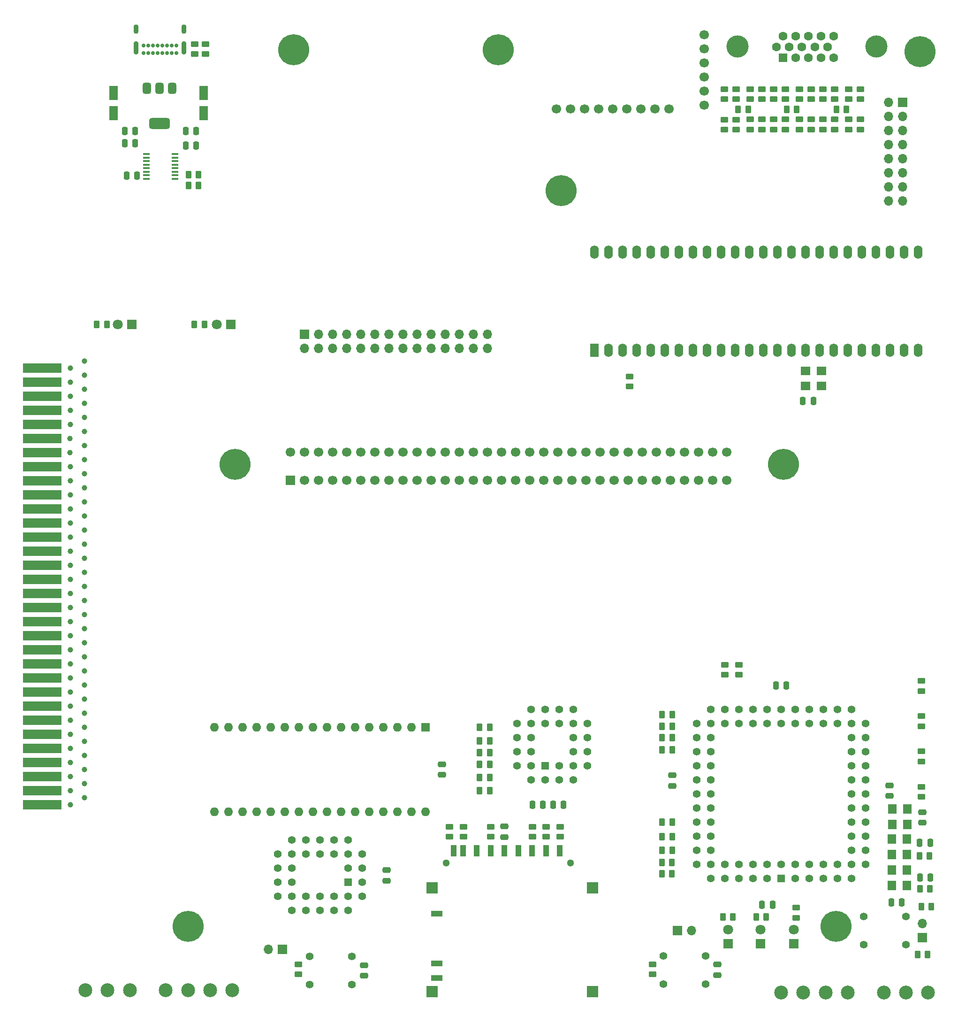
<source format=gbr>
%TF.GenerationSoftware,KiCad,Pcbnew,8.0.0*%
%TF.CreationDate,2024-03-06T22:08:18-05:00*%
%TF.ProjectId,Sentinel 65X - Prototype 4,53656e74-696e-4656-9c20-363558202d20,rev?*%
%TF.SameCoordinates,Original*%
%TF.FileFunction,Soldermask,Top*%
%TF.FilePolarity,Negative*%
%FSLAX46Y46*%
G04 Gerber Fmt 4.6, Leading zero omitted, Abs format (unit mm)*
G04 Created by KiCad (PCBNEW 8.0.0) date 2024-03-06 22:08:18*
%MOMM*%
%LPD*%
G01*
G04 APERTURE LIST*
G04 Aperture macros list*
%AMRoundRect*
0 Rectangle with rounded corners*
0 $1 Rounding radius*
0 $2 $3 $4 $5 $6 $7 $8 $9 X,Y pos of 4 corners*
0 Add a 4 corners polygon primitive as box body*
4,1,4,$2,$3,$4,$5,$6,$7,$8,$9,$2,$3,0*
0 Add four circle primitives for the rounded corners*
1,1,$1+$1,$2,$3*
1,1,$1+$1,$4,$5*
1,1,$1+$1,$6,$7*
1,1,$1+$1,$8,$9*
0 Add four rect primitives between the rounded corners*
20,1,$1+$1,$2,$3,$4,$5,0*
20,1,$1+$1,$4,$5,$6,$7,0*
20,1,$1+$1,$6,$7,$8,$9,0*
20,1,$1+$1,$8,$9,$2,$3,0*%
G04 Aperture macros list end*
%ADD10RoundRect,0.250000X-0.262500X-0.450000X0.262500X-0.450000X0.262500X0.450000X-0.262500X0.450000X0*%
%ADD11RoundRect,0.250000X-0.250000X-0.475000X0.250000X-0.475000X0.250000X0.475000X-0.250000X0.475000X0*%
%ADD12RoundRect,0.250000X0.262500X0.450000X-0.262500X0.450000X-0.262500X-0.450000X0.262500X-0.450000X0*%
%ADD13RoundRect,0.250000X0.475000X-0.250000X0.475000X0.250000X-0.475000X0.250000X-0.475000X-0.250000X0*%
%ADD14RoundRect,0.250000X0.250000X0.475000X-0.250000X0.475000X-0.250000X-0.475000X0.250000X-0.475000X0*%
%ADD15C,2.500000*%
%ADD16RoundRect,0.250000X-0.475000X0.250000X-0.475000X-0.250000X0.475000X-0.250000X0.475000X0.250000X0*%
%ADD17RoundRect,0.250000X-0.450000X0.262500X-0.450000X-0.262500X0.450000X-0.262500X0.450000X0.262500X0*%
%ADD18C,1.300000*%
%ADD19R,1.100000X2.000000*%
%ADD20R,2.000000X1.000000*%
%ADD21R,2.000000X2.000000*%
%ADD22C,5.600000*%
%ADD23RoundRect,0.250000X0.450000X-0.262500X0.450000X0.262500X-0.450000X0.262500X-0.450000X-0.262500X0*%
%ADD24R,1.540000X1.800000*%
%ADD25R,1.700000X1.700000*%
%ADD26O,1.700000X1.700000*%
%ADD27R,1.422400X1.422400*%
%ADD28C,1.422400*%
%ADD29R,1.200000X0.400000*%
%ADD30R,1.800000X1.540000*%
%ADD31C,1.000000*%
%ADD32R,7.000000X1.700000*%
%ADD33C,1.397000*%
%ADD34RoundRect,0.250000X-0.550000X1.050000X-0.550000X-1.050000X0.550000X-1.050000X0.550000X1.050000X0*%
%ADD35R,1.800000X1.800000*%
%ADD36C,1.800000*%
%ADD37C,1.700000*%
%ADD38C,0.700000*%
%ADD39O,0.900000X2.400000*%
%ADD40O,0.900000X1.700000*%
%ADD41C,4.000000*%
%ADD42R,1.600000X1.600000*%
%ADD43C,1.600000*%
%ADD44RoundRect,0.250000X0.550000X-1.050000X0.550000X1.050000X-0.550000X1.050000X-0.550000X-1.050000X0*%
%ADD45RoundRect,0.375000X-0.375000X0.625000X-0.375000X-0.625000X0.375000X-0.625000X0.375000X0.625000X0*%
%ADD46RoundRect,0.500000X-1.400000X0.500000X-1.400000X-0.500000X1.400000X-0.500000X1.400000X0.500000X0*%
%ADD47O,1.600000X1.600000*%
%ADD48R,1.600000X2.400000*%
%ADD49O,1.600000X2.400000*%
G04 APERTURE END LIST*
D10*
%TO.C,R8*%
X194631576Y-199055000D03*
X196456576Y-199055000D03*
%TD*%
D11*
%TO.C,C9*%
X235978393Y-210904423D03*
X237878393Y-210904423D03*
%TD*%
D12*
%TO.C,R64*%
X163529204Y-188430358D03*
X161704204Y-188430358D03*
%TD*%
D13*
%TO.C,C10*%
X140824506Y-224159779D03*
X140824506Y-222259779D03*
%TD*%
D14*
%TO.C,C22*%
X99531718Y-73982794D03*
X97631718Y-73982794D03*
%TD*%
D12*
%TO.C,R18*%
X196456576Y-177024534D03*
X194631576Y-177024534D03*
%TD*%
D15*
%TO.C,J11*%
X117072102Y-226745000D03*
X113072102Y-226745000D03*
X109072102Y-226745000D03*
X105072102Y-226745000D03*
X98572102Y-226745000D03*
X94572102Y-226745000D03*
X90572102Y-226745000D03*
%TD*%
D12*
%TO.C,R45*%
X207432523Y-213531890D03*
X205607523Y-213531890D03*
%TD*%
D16*
%TO.C,C4*%
X196488441Y-187992700D03*
X196488441Y-189892700D03*
%TD*%
D10*
%TO.C,R54*%
X194583487Y-203764013D03*
X196408487Y-203764013D03*
%TD*%
D17*
%TO.C,R29*%
X221503631Y-69741395D03*
X221503631Y-71566395D03*
%TD*%
%TO.C,R27*%
X216913631Y-69741395D03*
X216913631Y-71566395D03*
%TD*%
%TO.C,R55*%
X129013552Y-222077117D03*
X129013552Y-223902117D03*
%TD*%
D10*
%TO.C,R70*%
X109166881Y-79735000D03*
X110991881Y-79735000D03*
%TD*%
D18*
%TO.C,J9*%
X155689126Y-203796139D03*
X178089126Y-203796139D03*
D19*
X173664126Y-201596139D03*
X171164126Y-201596139D03*
X168664126Y-201596139D03*
X166164126Y-201596139D03*
X163664126Y-201596139D03*
X161164126Y-201596139D03*
X158739126Y-201596139D03*
X157039126Y-201596139D03*
X176164126Y-201596139D03*
D20*
X153989126Y-212996139D03*
D21*
X153089126Y-208346139D03*
X153089126Y-226996139D03*
X182089126Y-208346139D03*
X182089126Y-226996139D03*
D20*
X153989126Y-224546139D03*
X153989126Y-221946139D03*
%TD*%
D17*
%TO.C,R25*%
X221503631Y-64248099D03*
X221503631Y-66073099D03*
%TD*%
D12*
%TO.C,R24*%
X218944951Y-67891325D03*
X217119951Y-67891325D03*
%TD*%
D22*
%TO.C,H6*%
X128117172Y-57207679D03*
%TD*%
D23*
%TO.C,R44*%
X158773968Y-199111232D03*
X158773968Y-197286232D03*
%TD*%
D11*
%TO.C,C6*%
X174941609Y-193356109D03*
X176841609Y-193356109D03*
%TD*%
D24*
%TO.C,X2*%
X238815000Y-199475000D03*
X236135000Y-199475000D03*
X236135000Y-202275000D03*
X238815000Y-202275000D03*
%TD*%
D17*
%TO.C,R68*%
X112255000Y-56132500D03*
X112255000Y-57957500D03*
%TD*%
D12*
%TO.C,R63*%
X163529204Y-190745357D03*
X161704204Y-190745357D03*
%TD*%
D25*
%TO.C,J6*%
X241623621Y-217254071D03*
D26*
X241623621Y-214714071D03*
%TD*%
D17*
%TO.C,R39*%
X192939589Y-222073568D03*
X192939589Y-223898568D03*
%TD*%
D13*
%TO.C,C1*%
X235698459Y-191723662D03*
X235698459Y-189823662D03*
%TD*%
D27*
%TO.C,U6*%
X173565852Y-186327679D03*
D28*
X176105852Y-188867679D03*
X176105852Y-186327679D03*
X178645852Y-188867679D03*
X181185852Y-186327679D03*
X178645852Y-186327679D03*
X181185852Y-183787679D03*
X178645852Y-183787679D03*
X181185852Y-181247679D03*
X178645852Y-181247679D03*
X181185852Y-178707679D03*
X178645852Y-176167679D03*
X178645852Y-178707679D03*
X176105852Y-176167679D03*
X176105852Y-178707679D03*
X173565852Y-176167679D03*
X173565852Y-178707679D03*
X171025852Y-176167679D03*
X168485852Y-178707679D03*
X171025852Y-178707679D03*
X168485852Y-181247679D03*
X171025852Y-181247679D03*
X168485852Y-183787679D03*
X171025852Y-183787679D03*
X168485852Y-186327679D03*
X171025852Y-188867679D03*
X171025852Y-186327679D03*
X173565852Y-188867679D03*
%TD*%
D23*
%TO.C,R50*%
X163698968Y-199116232D03*
X163698968Y-197291232D03*
%TD*%
D10*
%TO.C,R66*%
X241064106Y-202506512D03*
X242889106Y-202506512D03*
%TD*%
D29*
%TO.C,U8*%
X106725000Y-80447500D03*
X106725000Y-79812500D03*
X106725000Y-79177500D03*
X106725000Y-78542500D03*
X106725000Y-77907500D03*
X106725000Y-77272500D03*
X106725000Y-76637500D03*
X106725000Y-76002500D03*
X101525000Y-76002500D03*
X101525000Y-76637500D03*
X101525000Y-77272500D03*
X101525000Y-77907500D03*
X101525000Y-78542500D03*
X101525000Y-79177500D03*
X101525000Y-79812500D03*
X101525000Y-80447500D03*
%TD*%
D11*
%TO.C,C3*%
X215155372Y-171788184D03*
X217055372Y-171788184D03*
%TD*%
D23*
%TO.C,R23*%
X219373631Y-66073099D03*
X219373631Y-64248099D03*
%TD*%
D12*
%TO.C,R49*%
X213420721Y-213544466D03*
X211595721Y-213544466D03*
%TD*%
D17*
%TO.C,R51*%
X218862250Y-211869677D03*
X218862250Y-213694677D03*
%TD*%
D30*
%TO.C,X3*%
X223355852Y-117803392D03*
X223355852Y-115123392D03*
X220555852Y-115123392D03*
X220555852Y-117803392D03*
%TD*%
D10*
%TO.C,R56*%
X194583487Y-205783262D03*
X196408487Y-205783262D03*
%TD*%
D31*
%TO.C,J3*%
X90380852Y-192042679D03*
X90380852Y-189502679D03*
X90380852Y-186962679D03*
X90380852Y-184422679D03*
X90380852Y-181882679D03*
X90380852Y-179342679D03*
X90380852Y-176802679D03*
X90380852Y-174262679D03*
X90380852Y-171722679D03*
X90380852Y-169182679D03*
X90380852Y-166642679D03*
X90380852Y-164102679D03*
X90380852Y-161562679D03*
X90380852Y-159022679D03*
X90380852Y-156482679D03*
X90380852Y-153942679D03*
X90380852Y-151402679D03*
X90380852Y-148862679D03*
X90380852Y-146322679D03*
X90380852Y-143782679D03*
X90380852Y-141242679D03*
X90380852Y-138702679D03*
X90380852Y-136162679D03*
X90380852Y-133622679D03*
X90380852Y-131082679D03*
X90380852Y-128542679D03*
X90380852Y-126002679D03*
X90380852Y-123462679D03*
X90380852Y-120922679D03*
X90380852Y-118382679D03*
X90380852Y-115842679D03*
X90380852Y-113302679D03*
D32*
X82760852Y-193312679D03*
D31*
X87840852Y-193312679D03*
D32*
X82760852Y-190772679D03*
D31*
X87840852Y-190772679D03*
D32*
X82760852Y-188232679D03*
D31*
X87840852Y-188232679D03*
D32*
X82760852Y-185692679D03*
D31*
X87840852Y-185692679D03*
D32*
X82760852Y-183152679D03*
D31*
X87840852Y-183152679D03*
D32*
X82760852Y-180612679D03*
D31*
X87840852Y-180612679D03*
D32*
X82760852Y-178072679D03*
D31*
X87840852Y-178072679D03*
D32*
X82760852Y-175532679D03*
D31*
X87840852Y-175532679D03*
D32*
X82760852Y-172992679D03*
D31*
X87840852Y-172992679D03*
D32*
X82760852Y-170452679D03*
D31*
X87840852Y-170452679D03*
D32*
X82760852Y-167912679D03*
D31*
X87840852Y-167912679D03*
D32*
X82760852Y-165372679D03*
D31*
X87840852Y-165372679D03*
D32*
X82760852Y-162832679D03*
D31*
X87840852Y-162832679D03*
D32*
X82760852Y-160292679D03*
D31*
X87840852Y-160292679D03*
D32*
X82760852Y-157752679D03*
D31*
X87840852Y-157752679D03*
D32*
X82760852Y-155212679D03*
D31*
X87840852Y-155212679D03*
D32*
X82760852Y-152672679D03*
D31*
X87840852Y-152672679D03*
D32*
X82760852Y-150132679D03*
D31*
X87840852Y-150132679D03*
D32*
X82760852Y-147592679D03*
D31*
X87840852Y-147592679D03*
D32*
X82760852Y-145052679D03*
D31*
X87840852Y-145052679D03*
D32*
X82760852Y-142512679D03*
D31*
X87840852Y-142512679D03*
D32*
X82760852Y-139972679D03*
D31*
X87840852Y-139972679D03*
D32*
X82760852Y-137432679D03*
D31*
X87840852Y-137432679D03*
D32*
X82760852Y-134892679D03*
D31*
X87840852Y-134892679D03*
D32*
X82760852Y-132352679D03*
D31*
X87840852Y-132352679D03*
D32*
X82760852Y-129812679D03*
D31*
X87760852Y-129812679D03*
D32*
X82760852Y-127272679D03*
D31*
X87760852Y-127272679D03*
D32*
X82760852Y-124732679D03*
D31*
X87840852Y-124732679D03*
D32*
X82760852Y-122192679D03*
D31*
X87840852Y-122192679D03*
D32*
X82760852Y-119652679D03*
D31*
X87840852Y-119652679D03*
D32*
X82760852Y-117112679D03*
D31*
X87840852Y-117112679D03*
D32*
X82760852Y-114572679D03*
D31*
X87840852Y-114572679D03*
%TD*%
D23*
%TO.C,R22*%
X216913631Y-66073099D03*
X216913631Y-64248099D03*
%TD*%
D12*
%TO.C,R53*%
X196456576Y-201525414D03*
X194631576Y-201525414D03*
%TD*%
D33*
%TO.C,SW3*%
X131054121Y-220677140D03*
X138674121Y-220677140D03*
X131054121Y-225757140D03*
X138674121Y-225757140D03*
%TD*%
D23*
%TO.C,R67*%
X110305000Y-57957500D03*
X110305000Y-56132500D03*
%TD*%
D17*
%TO.C,R12*%
X212613631Y-69741395D03*
X212613631Y-71566395D03*
%TD*%
D10*
%TO.C,R7*%
X194631576Y-196487679D03*
X196456576Y-196487679D03*
%TD*%
D17*
%TO.C,R2*%
X241443531Y-170999327D03*
X241443531Y-172824327D03*
%TD*%
D34*
%TO.C,C16*%
X95675000Y-64975000D03*
X95675000Y-68575000D03*
%TD*%
D23*
%TO.C,R46*%
X171198968Y-199111231D03*
X171198968Y-197286231D03*
%TD*%
D10*
%TO.C,R41*%
X92607539Y-106717150D03*
X94432539Y-106717150D03*
%TD*%
D17*
%TO.C,R13*%
X241443531Y-190084327D03*
X241443531Y-191909327D03*
%TD*%
%TO.C,R37*%
X228263631Y-69741395D03*
X228263631Y-71566395D03*
%TD*%
D25*
%TO.C,J5*%
X197439065Y-216036659D03*
D26*
X199979065Y-216036659D03*
%TD*%
D25*
%TO.C,J7*%
X126127294Y-219395671D03*
D26*
X123587294Y-219395671D03*
%TD*%
D14*
%TO.C,C13*%
X221934842Y-120469294D03*
X220034842Y-120469294D03*
%TD*%
D35*
%TO.C,D4*%
X212398173Y-218383531D03*
D36*
X212398173Y-215843531D03*
%TD*%
D17*
%TO.C,R36*%
X225803631Y-69741395D03*
X225803631Y-71566395D03*
%TD*%
D10*
%TO.C,R69*%
X109166881Y-81677786D03*
X110991881Y-81677786D03*
%TD*%
D13*
%TO.C,C14*%
X154873173Y-187917679D03*
X154873173Y-186017679D03*
%TD*%
D11*
%TO.C,C23*%
X98007693Y-79898647D03*
X99907693Y-79898647D03*
%TD*%
%TO.C,C20*%
X241112542Y-200154640D03*
X243012542Y-200154640D03*
%TD*%
D35*
%TO.C,D5*%
X218418173Y-218383532D03*
D36*
X218418173Y-215843532D03*
%TD*%
D17*
%TO.C,R35*%
X223673631Y-69741395D03*
X223673631Y-71566395D03*
%TD*%
D12*
%TO.C,R65*%
X242968965Y-208490187D03*
X241143965Y-208490187D03*
%TD*%
D10*
%TO.C,R40*%
X110237244Y-106715358D03*
X112062244Y-106715358D03*
%TD*%
D17*
%TO.C,R34*%
X230393631Y-64248099D03*
X230393631Y-66073099D03*
%TD*%
D33*
%TO.C,SW1*%
X194904065Y-220575449D03*
X202524065Y-220575449D03*
X194904065Y-225655449D03*
X202524065Y-225655449D03*
%TD*%
D12*
%TO.C,R47*%
X242543546Y-220314007D03*
X240718546Y-220314007D03*
%TD*%
%TO.C,R19*%
X196456576Y-181235622D03*
X194631576Y-181235622D03*
%TD*%
%TO.C,R59*%
X163529204Y-179342679D03*
X161704204Y-179342679D03*
%TD*%
D37*
%TO.C,U5*%
X202250000Y-67170000D03*
X202250000Y-64630000D03*
X202250000Y-62090000D03*
X202250000Y-59550000D03*
X202250000Y-57010000D03*
X202250000Y-54470000D03*
X175580000Y-67805000D03*
X178120000Y-67805000D03*
X180660000Y-67805000D03*
X183200000Y-67805000D03*
X185740000Y-67805000D03*
X188280000Y-67805000D03*
X190820000Y-67805000D03*
X193360000Y-67805000D03*
X195900000Y-67805000D03*
%TD*%
D27*
%TO.C,U2*%
X216110852Y-206647679D03*
D28*
X216110852Y-204107679D03*
X218650852Y-206647679D03*
X218650852Y-204107679D03*
X221190852Y-206647679D03*
X221190852Y-204107679D03*
X223730852Y-206647679D03*
X223730852Y-204107679D03*
X226270852Y-206647679D03*
X226270852Y-204107679D03*
X228810852Y-206647679D03*
X231350852Y-204107679D03*
X228810852Y-204107679D03*
X231350852Y-201567679D03*
X228810852Y-201567679D03*
X231350852Y-199027679D03*
X228810852Y-199027679D03*
X231350852Y-196487679D03*
X228810852Y-196487679D03*
X231350852Y-193947679D03*
X228810852Y-193947679D03*
X231350852Y-191407679D03*
X228810852Y-191407679D03*
X231350852Y-188867679D03*
X228810852Y-188867679D03*
X231350852Y-186327679D03*
X228810852Y-186327679D03*
X231350852Y-183787679D03*
X228810852Y-183787679D03*
X231350852Y-181247679D03*
X228810852Y-181247679D03*
X231350852Y-178707679D03*
X228810852Y-176167679D03*
X228810852Y-178707679D03*
X226270852Y-176167679D03*
X226270852Y-178707679D03*
X223730852Y-176167679D03*
X223730852Y-178707679D03*
X221190852Y-176167679D03*
X221190852Y-178707679D03*
X218650852Y-176167679D03*
X218650852Y-178707679D03*
X216110852Y-176167679D03*
X216110852Y-178707679D03*
X213570852Y-176167679D03*
X213570852Y-178707679D03*
X211030852Y-176167679D03*
X211030852Y-178707679D03*
X208490852Y-176167679D03*
X208490852Y-178707679D03*
X205950852Y-176167679D03*
X205950852Y-178707679D03*
X203410852Y-176167679D03*
X200870852Y-178707679D03*
X203410852Y-178707679D03*
X200870852Y-181247679D03*
X203410852Y-181247679D03*
X200870852Y-183787679D03*
X203410852Y-183787679D03*
X200870852Y-186327679D03*
X203410852Y-186327679D03*
X200870852Y-188867679D03*
X203410852Y-188867679D03*
X200870852Y-191407679D03*
X203410852Y-191407679D03*
X200870852Y-193947679D03*
X203410852Y-193947679D03*
X200870852Y-196487679D03*
X203410852Y-196487679D03*
X200870852Y-199027679D03*
X203410852Y-199027679D03*
X200870852Y-201567679D03*
X203410852Y-201567679D03*
X200870852Y-204107679D03*
X203410852Y-206647679D03*
X203410852Y-204107679D03*
X205950852Y-206647679D03*
X205950852Y-204107679D03*
X208490852Y-206647679D03*
X208490852Y-204107679D03*
X211030852Y-206647679D03*
X211030852Y-204107679D03*
X213570852Y-206647679D03*
X213570852Y-204107679D03*
%TD*%
D17*
%TO.C,R20*%
X214783631Y-64248099D03*
X214783631Y-66073099D03*
%TD*%
D12*
%TO.C,R62*%
X163529204Y-186075358D03*
X161704204Y-186075358D03*
%TD*%
D37*
%TO.C,J2*%
X127545871Y-129700000D03*
X130085871Y-129700000D03*
X132625871Y-129700000D03*
X135165871Y-129700000D03*
X137705871Y-129700000D03*
X140245871Y-129700000D03*
X142785871Y-129700000D03*
X145325871Y-129700000D03*
X147865871Y-129700000D03*
X150405871Y-129700000D03*
X152945871Y-129700000D03*
X155485871Y-129700000D03*
X158025871Y-129700000D03*
X160565871Y-129700000D03*
X163105871Y-129700000D03*
X165645871Y-129700000D03*
X168185871Y-129700000D03*
X170725871Y-129700000D03*
X173265871Y-129700000D03*
X175805871Y-129700000D03*
X178345871Y-129700000D03*
X180885871Y-129700000D03*
X183425871Y-129700000D03*
X185965871Y-129700000D03*
X188505871Y-129700000D03*
X191045871Y-129700000D03*
X193585871Y-129700000D03*
X196125871Y-129700000D03*
X198665871Y-129700000D03*
X201205871Y-129700000D03*
X203745871Y-129700000D03*
X206285871Y-129700000D03*
D25*
X127545871Y-134780000D03*
D37*
X130085871Y-134780000D03*
X132625871Y-134780000D03*
X135165871Y-134780000D03*
X137705871Y-134780000D03*
X140245871Y-134780000D03*
X142785871Y-134780000D03*
X145325871Y-134780000D03*
X147865871Y-134780000D03*
X150405871Y-134780000D03*
X152945871Y-134780000D03*
X155485871Y-134780000D03*
X158025871Y-134780000D03*
X160565871Y-134780000D03*
X163105871Y-134780000D03*
X165645871Y-134780000D03*
X168185871Y-134780000D03*
X170725871Y-134780000D03*
X173265871Y-134780000D03*
X175805871Y-134780000D03*
X178345871Y-134780000D03*
X180885871Y-134780000D03*
X183425871Y-134780000D03*
X185965871Y-134780000D03*
X188505871Y-134780000D03*
X191045871Y-134780000D03*
X193585871Y-134780000D03*
X196125871Y-134780000D03*
X198665871Y-134780000D03*
X201205871Y-134780000D03*
X203745871Y-134780000D03*
X206285871Y-134780000D03*
%TD*%
D17*
%TO.C,R26*%
X214783631Y-69741395D03*
X214783631Y-71566395D03*
%TD*%
D23*
%TO.C,R43*%
X176198968Y-199111232D03*
X176198968Y-197286232D03*
%TD*%
D17*
%TO.C,R28*%
X219373631Y-69741395D03*
X219373631Y-71566395D03*
%TD*%
D22*
%TO.C,H1*%
X176430000Y-82606339D03*
%TD*%
D17*
%TO.C,R14*%
X241443531Y-183699327D03*
X241443531Y-185524327D03*
%TD*%
%TO.C,R58*%
X241443531Y-177314327D03*
X241443531Y-179139327D03*
%TD*%
%TO.C,R10*%
X208023631Y-69776395D03*
X208023631Y-71601395D03*
%TD*%
D38*
%TO.C,J10*%
X106960922Y-57802658D03*
X106110922Y-57802658D03*
X105260922Y-57802658D03*
X104410922Y-57802658D03*
X103560922Y-57802658D03*
X102710922Y-57802658D03*
X101860922Y-57802658D03*
X101010922Y-57802658D03*
X101010922Y-56452658D03*
X101860922Y-56452658D03*
X102710922Y-56452658D03*
X103560922Y-56452658D03*
X104410922Y-56452658D03*
X105260922Y-56452658D03*
X106110922Y-56452658D03*
X106960922Y-56452658D03*
D39*
X108310922Y-56822658D03*
D40*
X108310922Y-53442658D03*
D39*
X99660922Y-56822658D03*
D40*
X99660922Y-53442658D03*
%TD*%
D25*
%TO.C,J4*%
X238045000Y-66657679D03*
D26*
X235505000Y-66657679D03*
X238045000Y-69197679D03*
X235505000Y-69197679D03*
X238045000Y-71737679D03*
X235505000Y-71737679D03*
X238045000Y-74277679D03*
X235505000Y-74277679D03*
X238045000Y-76817679D03*
X235505000Y-76817679D03*
X238045000Y-79357679D03*
X235505000Y-79357679D03*
X238045000Y-81897679D03*
X235505000Y-81897679D03*
X238045000Y-84437679D03*
X235505000Y-84437679D03*
%TD*%
D23*
%TO.C,R15*%
X208490852Y-169871031D03*
X208490852Y-168046031D03*
%TD*%
D11*
%TO.C,C21*%
X108675000Y-74455000D03*
X110575000Y-74455000D03*
%TD*%
%TO.C,C2*%
X212651881Y-211393462D03*
X214551881Y-211393462D03*
%TD*%
D17*
%TO.C,R30*%
X223673631Y-64248099D03*
X223673631Y-66073099D03*
%TD*%
%TO.C,R9*%
X205893631Y-69776395D03*
X205893631Y-71601395D03*
%TD*%
D12*
%TO.C,R60*%
X163529204Y-181815358D03*
X161704204Y-181815358D03*
%TD*%
D22*
%TO.C,H9*%
X165023820Y-57207679D03*
%TD*%
D41*
%TO.C,J1*%
X233260510Y-56596332D03*
X208260510Y-56596332D03*
D42*
X216445510Y-58646332D03*
D43*
X218735510Y-58646332D03*
X221025510Y-58646332D03*
X223315510Y-58646332D03*
X225605510Y-58646332D03*
X215300510Y-56666332D03*
X217590510Y-56666332D03*
X219880510Y-56666332D03*
X222170510Y-56666332D03*
X224460510Y-56666332D03*
X216445510Y-54686332D03*
X218735510Y-54686332D03*
X221025510Y-54686332D03*
X223315510Y-54686332D03*
X225605510Y-54686332D03*
%TD*%
D22*
%TO.C,H8*%
X216570852Y-131922500D03*
%TD*%
D12*
%TO.C,R33*%
X227889199Y-67891325D03*
X226064199Y-67891325D03*
%TD*%
D14*
%TO.C,C18*%
X99525000Y-71855000D03*
X97625000Y-71855000D03*
%TD*%
D12*
%TO.C,R17*%
X196456576Y-179140858D03*
X194631576Y-179140858D03*
%TD*%
D24*
%TO.C,X1*%
X238858459Y-194075358D03*
X236178459Y-194075358D03*
X236178459Y-196875358D03*
X238858459Y-196875358D03*
%TD*%
D17*
%TO.C,R6*%
X212653631Y-64248099D03*
X212653631Y-66073099D03*
%TD*%
D35*
%TO.C,D2*%
X98941704Y-106715358D03*
D36*
X96401704Y-106715358D03*
%TD*%
D23*
%TO.C,R31*%
X225803631Y-66073099D03*
X225803631Y-64248099D03*
%TD*%
D25*
%TO.C,J8*%
X130070496Y-108505000D03*
D26*
X130070496Y-111045000D03*
X132610496Y-108505000D03*
X132610496Y-111045000D03*
X135150496Y-108505000D03*
X135150496Y-111045000D03*
X137690496Y-108505000D03*
X137690496Y-111045000D03*
X140230496Y-108505000D03*
X140230496Y-111045000D03*
X142770496Y-108505000D03*
X142770496Y-111045000D03*
X145310496Y-108505000D03*
X145310496Y-111045000D03*
X147850496Y-108505000D03*
X147850496Y-111045000D03*
X150390496Y-108505000D03*
X150390496Y-111045000D03*
X152930496Y-108505000D03*
X152930496Y-111045000D03*
X155470496Y-108505000D03*
X155470496Y-111045000D03*
X158010496Y-108505000D03*
X158010496Y-111045000D03*
X160550496Y-108505000D03*
X160550496Y-111045000D03*
X163090496Y-108505000D03*
X163090496Y-111045000D03*
%TD*%
D12*
%TO.C,R5*%
X210166131Y-67897426D03*
X208341131Y-67897426D03*
%TD*%
D35*
%TO.C,D1*%
X116761448Y-106715358D03*
D36*
X114221448Y-106715358D03*
%TD*%
D23*
%TO.C,R16*%
X205950852Y-169871031D03*
X205950852Y-168046031D03*
%TD*%
%TO.C,R3*%
X208023631Y-66073099D03*
X208023631Y-64248099D03*
%TD*%
D12*
%TO.C,R61*%
X163529204Y-183945358D03*
X161704204Y-183945358D03*
%TD*%
D24*
%TO.C,X4*%
X238815000Y-205075000D03*
X236135000Y-205075000D03*
X236135000Y-207875000D03*
X238815000Y-207875000D03*
%TD*%
D17*
%TO.C,R1*%
X205893631Y-64248099D03*
X205893631Y-66073099D03*
%TD*%
D22*
%TO.C,H4*%
X117570852Y-131922500D03*
%TD*%
D44*
%TO.C,C17*%
X111925000Y-68575000D03*
X111925000Y-64975000D03*
%TD*%
D23*
%TO.C,R42*%
X156240039Y-199111232D03*
X156240039Y-197286232D03*
%TD*%
D11*
%TO.C,C19*%
X108675000Y-71855000D03*
X110575000Y-71855000D03*
%TD*%
D10*
%TO.C,R57*%
X241415177Y-211697105D03*
X243240177Y-211697105D03*
%TD*%
D35*
%TO.C,D3*%
X206518173Y-218383531D03*
D36*
X206518173Y-215843531D03*
%TD*%
D45*
%TO.C,U7*%
X106253531Y-64136827D03*
X103953531Y-64136827D03*
D46*
X103953531Y-70436827D03*
D45*
X101653531Y-64136827D03*
%TD*%
D23*
%TO.C,R4*%
X210483631Y-66073099D03*
X210483631Y-64248099D03*
%TD*%
D13*
%TO.C,C12*%
X144878173Y-207003531D03*
X144878173Y-205103531D03*
%TD*%
D14*
%TO.C,C15*%
X173113313Y-193356109D03*
X171213313Y-193356109D03*
%TD*%
D12*
%TO.C,R21*%
X196456576Y-183423255D03*
X194631576Y-183423255D03*
%TD*%
D13*
%TO.C,C5*%
X241608173Y-196553531D03*
X241608173Y-194653531D03*
%TD*%
D11*
%TO.C,C11*%
X241136345Y-206457402D03*
X243036345Y-206457402D03*
%TD*%
D17*
%TO.C,R11*%
X210483631Y-69741395D03*
X210483631Y-71566395D03*
%TD*%
D42*
%TO.C,U3*%
X151975852Y-179342679D03*
D47*
X149435852Y-179342679D03*
X146895852Y-179342679D03*
X144355852Y-179342679D03*
X141815852Y-179342679D03*
X139275852Y-179342679D03*
X136735852Y-179342679D03*
X134195852Y-179342679D03*
X131655852Y-179342679D03*
X129115852Y-179342679D03*
X126575852Y-179342679D03*
X124035852Y-179342679D03*
X121495852Y-179342679D03*
X118955852Y-179342679D03*
X116415852Y-179342679D03*
X113875852Y-179342679D03*
X113875852Y-194582679D03*
X116415852Y-194582679D03*
X118955852Y-194582679D03*
X121495852Y-194582679D03*
X124035852Y-194582679D03*
X126575852Y-194582679D03*
X129115852Y-194582679D03*
X131655852Y-194582679D03*
X134195852Y-194582679D03*
X136735852Y-194582679D03*
X139275852Y-194582679D03*
X141815852Y-194582679D03*
X144355852Y-194582679D03*
X146895852Y-194582679D03*
X149435852Y-194582679D03*
X151975852Y-194582679D03*
%TD*%
D23*
%TO.C,R48*%
X173698968Y-199111232D03*
X173698968Y-197286232D03*
%TD*%
D27*
%TO.C,U4*%
X138005852Y-207327171D03*
D28*
X140545852Y-204787171D03*
X138005852Y-204787171D03*
X140545852Y-202247171D03*
X138005852Y-199707171D03*
X138005852Y-202247171D03*
X135465852Y-199707171D03*
X135465852Y-202247171D03*
X132925852Y-199707171D03*
X132925852Y-202247171D03*
X130385852Y-199707171D03*
X130385852Y-202247171D03*
X127845852Y-199707171D03*
X125305852Y-202247171D03*
X127845852Y-202247171D03*
X125305852Y-204787171D03*
X127845852Y-204787171D03*
X125305852Y-207327171D03*
X127845852Y-207327171D03*
X125305852Y-209867171D03*
X127845852Y-212407171D03*
X127845852Y-209867171D03*
X130385852Y-212407171D03*
X130385852Y-209867171D03*
X132925852Y-212407171D03*
X132925852Y-209867171D03*
X135465852Y-212407171D03*
X135465852Y-209867171D03*
X138005852Y-212407171D03*
X140545852Y-209867171D03*
X138005852Y-209867171D03*
X140545852Y-207327171D03*
%TD*%
D13*
%TO.C,C7*%
X204631962Y-224029740D03*
X204631962Y-222129740D03*
%TD*%
%TO.C,C8*%
X166198968Y-199128732D03*
X166198968Y-197228732D03*
%TD*%
D22*
%TO.C,H5*%
X225998352Y-215207679D03*
%TD*%
%TO.C,H7*%
X241133252Y-57482679D03*
%TD*%
D33*
%TO.C,SW2*%
X238602763Y-218541613D03*
X230982763Y-218541613D03*
X238602763Y-213461613D03*
X230982763Y-213461613D03*
%TD*%
D17*
%TO.C,R52*%
X188768058Y-116064108D03*
X188768058Y-117889108D03*
%TD*%
%TO.C,R38*%
X230393631Y-69741395D03*
X230393631Y-71566395D03*
%TD*%
D23*
%TO.C,R32*%
X228263631Y-66073099D03*
X228263631Y-64248099D03*
%TD*%
D15*
%TO.C,J12*%
X216132102Y-227210000D03*
X220132102Y-227210000D03*
X224132102Y-227210000D03*
X228132102Y-227210000D03*
X234632102Y-227210000D03*
X238632102Y-227210000D03*
X242632102Y-227210000D03*
%TD*%
D48*
%TO.C,U1*%
X182455852Y-111397679D03*
D49*
X184995852Y-111397679D03*
X187535852Y-111397679D03*
X190075852Y-111397679D03*
X192615852Y-111397679D03*
X195155852Y-111397679D03*
X197695852Y-111397679D03*
X200235852Y-111397679D03*
X202775852Y-111397679D03*
X205315852Y-111397679D03*
X207855852Y-111397679D03*
X210395852Y-111397679D03*
X212935852Y-111397679D03*
X215475852Y-111397679D03*
X218015852Y-111397679D03*
X220555852Y-111397679D03*
X223095852Y-111397679D03*
X225635852Y-111397679D03*
X228175852Y-111397679D03*
X230715852Y-111397679D03*
X233255852Y-111397679D03*
X235795852Y-111397679D03*
X238335852Y-111397679D03*
X240875852Y-111397679D03*
X240875852Y-93637679D03*
X238335852Y-93637679D03*
X235795852Y-93637679D03*
X233255852Y-93637679D03*
X230715852Y-93637679D03*
X228175852Y-93637679D03*
X225635852Y-93637679D03*
X223095852Y-93637679D03*
X220555852Y-93637679D03*
X218015852Y-93637679D03*
X215475852Y-93637679D03*
X212935852Y-93637679D03*
X210395852Y-93637679D03*
X207855852Y-93637679D03*
X205315852Y-93637679D03*
X202775852Y-93637679D03*
X200235852Y-93637679D03*
X197695852Y-93637679D03*
X195155852Y-93637679D03*
X192615852Y-93637679D03*
X190075852Y-93637679D03*
X187535852Y-93637679D03*
X184995852Y-93637679D03*
X182455852Y-93637679D03*
%TD*%
D22*
%TO.C,H3*%
X109093352Y-215207679D03*
%TD*%
M02*

</source>
